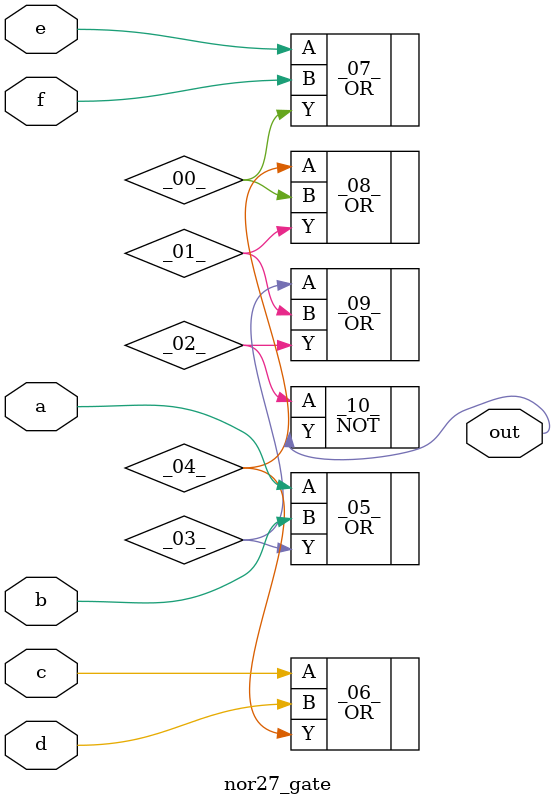
<source format=v>
/* Generated by Yosys 0.41+83 (git sha1 7045cf509, x86_64-w64-mingw32-g++ 13.2.1 -Os) */

/* cells_not_processed =  1  */
/* src = "nor27_gate.v:2.1-14.10" */
module nor27_gate(a, b, c, d, e, f, out);
  wire _00_;
  wire _01_;
  wire _02_;
  wire _03_;
  wire _04_;
  /* src = "nor27_gate.v:3.9-3.10" */
  input a;
  wire a;
  /* src = "nor27_gate.v:4.9-4.10" */
  input b;
  wire b;
  /* src = "nor27_gate.v:5.9-5.10" */
  input c;
  wire c;
  /* src = "nor27_gate.v:6.9-6.10" */
  input d;
  wire d;
  /* src = "nor27_gate.v:7.9-7.10" */
  input e;
  wire e;
  /* src = "nor27_gate.v:8.9-8.10" */
  input f;
  wire f;
  /* src = "nor27_gate.v:9.15-9.18" */
  output out;
  wire out;
  OR _05_ (
    .A(a),
    .B(b),
    .Y(_03_)
  );
  OR _06_ (
    .A(c),
    .B(d),
    .Y(_04_)
  );
  OR _07_ (
    .A(e),
    .B(f),
    .Y(_00_)
  );
  OR _08_ (
    .A(_04_),
    .B(_00_),
    .Y(_01_)
  );
  OR _09_ (
    .A(_03_),
    .B(_01_),
    .Y(_02_)
  );
  NOT _10_ (
    .A(_02_),
    .Y(out)
  );
endmodule

</source>
